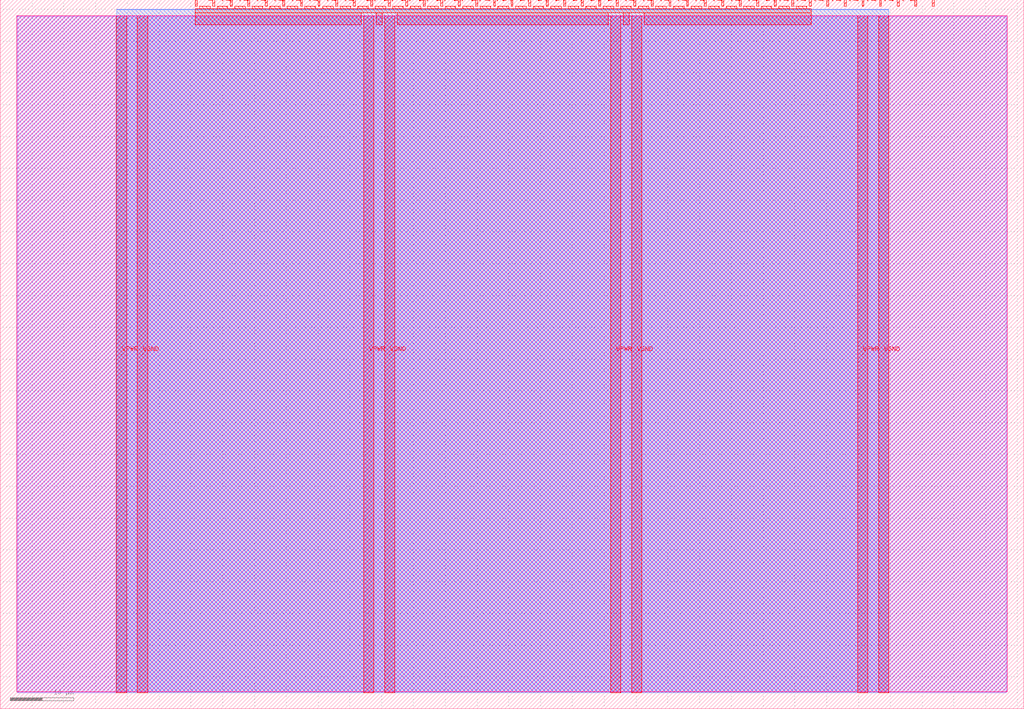
<source format=lef>
VERSION 5.7 ;
  NOWIREEXTENSIONATPIN ON ;
  DIVIDERCHAR "/" ;
  BUSBITCHARS "[]" ;
MACRO tt_um_wokwi_414127944900611073
  CLASS BLOCK ;
  FOREIGN tt_um_wokwi_414127944900611073 ;
  ORIGIN 0.000 0.000 ;
  SIZE 161.000 BY 111.520 ;
  PIN VGND
    DIRECTION INOUT ;
    USE GROUND ;
    PORT
      LAYER met4 ;
        RECT 21.580 2.480 23.180 109.040 ;
    END
    PORT
      LAYER met4 ;
        RECT 60.450 2.480 62.050 109.040 ;
    END
    PORT
      LAYER met4 ;
        RECT 99.320 2.480 100.920 109.040 ;
    END
    PORT
      LAYER met4 ;
        RECT 138.190 2.480 139.790 109.040 ;
    END
  END VGND
  PIN VPWR
    DIRECTION INOUT ;
    USE POWER ;
    PORT
      LAYER met4 ;
        RECT 18.280 2.480 19.880 109.040 ;
    END
    PORT
      LAYER met4 ;
        RECT 57.150 2.480 58.750 109.040 ;
    END
    PORT
      LAYER met4 ;
        RECT 96.020 2.480 97.620 109.040 ;
    END
    PORT
      LAYER met4 ;
        RECT 134.890 2.480 136.490 109.040 ;
    END
  END VPWR
  PIN clk
    DIRECTION INPUT ;
    USE SIGNAL ;
    PORT
      LAYER met4 ;
        RECT 143.830 110.520 144.130 111.520 ;
    END
  END clk
  PIN ena
    DIRECTION INPUT ;
    USE SIGNAL ;
    PORT
      LAYER met4 ;
        RECT 146.590 110.520 146.890 111.520 ;
    END
  END ena
  PIN rst_n
    DIRECTION INPUT ;
    USE SIGNAL ;
    PORT
      LAYER met4 ;
        RECT 141.070 110.520 141.370 111.520 ;
    END
  END rst_n
  PIN ui_in[0]
    DIRECTION INPUT ;
    USE SIGNAL ;
    PORT
      LAYER met4 ;
        RECT 138.310 110.520 138.610 111.520 ;
    END
  END ui_in[0]
  PIN ui_in[1]
    DIRECTION INPUT ;
    USE SIGNAL ;
    PORT
      LAYER met4 ;
        RECT 135.550 110.520 135.850 111.520 ;
    END
  END ui_in[1]
  PIN ui_in[2]
    DIRECTION INPUT ;
    USE SIGNAL ;
    PORT
      LAYER met4 ;
        RECT 132.790 110.520 133.090 111.520 ;
    END
  END ui_in[2]
  PIN ui_in[3]
    DIRECTION INPUT ;
    USE SIGNAL ;
    PORT
      LAYER met4 ;
        RECT 130.030 110.520 130.330 111.520 ;
    END
  END ui_in[3]
  PIN ui_in[4]
    DIRECTION INPUT ;
    USE SIGNAL ;
    ANTENNAGATEAREA 0.213000 ;
    PORT
      LAYER met4 ;
        RECT 127.270 110.520 127.570 111.520 ;
    END
  END ui_in[4]
  PIN ui_in[5]
    DIRECTION INPUT ;
    USE SIGNAL ;
    PORT
      LAYER met4 ;
        RECT 124.510 110.520 124.810 111.520 ;
    END
  END ui_in[5]
  PIN ui_in[6]
    DIRECTION INPUT ;
    USE SIGNAL ;
    PORT
      LAYER met4 ;
        RECT 121.750 110.520 122.050 111.520 ;
    END
  END ui_in[6]
  PIN ui_in[7]
    DIRECTION INPUT ;
    USE SIGNAL ;
    PORT
      LAYER met4 ;
        RECT 118.990 110.520 119.290 111.520 ;
    END
  END ui_in[7]
  PIN uio_in[0]
    DIRECTION INPUT ;
    USE SIGNAL ;
    PORT
      LAYER met4 ;
        RECT 116.230 110.520 116.530 111.520 ;
    END
  END uio_in[0]
  PIN uio_in[1]
    DIRECTION INPUT ;
    USE SIGNAL ;
    PORT
      LAYER met4 ;
        RECT 113.470 110.520 113.770 111.520 ;
    END
  END uio_in[1]
  PIN uio_in[2]
    DIRECTION INPUT ;
    USE SIGNAL ;
    PORT
      LAYER met4 ;
        RECT 110.710 110.520 111.010 111.520 ;
    END
  END uio_in[2]
  PIN uio_in[3]
    DIRECTION INPUT ;
    USE SIGNAL ;
    PORT
      LAYER met4 ;
        RECT 107.950 110.520 108.250 111.520 ;
    END
  END uio_in[3]
  PIN uio_in[4]
    DIRECTION INPUT ;
    USE SIGNAL ;
    PORT
      LAYER met4 ;
        RECT 105.190 110.520 105.490 111.520 ;
    END
  END uio_in[4]
  PIN uio_in[5]
    DIRECTION INPUT ;
    USE SIGNAL ;
    PORT
      LAYER met4 ;
        RECT 102.430 110.520 102.730 111.520 ;
    END
  END uio_in[5]
  PIN uio_in[6]
    DIRECTION INPUT ;
    USE SIGNAL ;
    PORT
      LAYER met4 ;
        RECT 99.670 110.520 99.970 111.520 ;
    END
  END uio_in[6]
  PIN uio_in[7]
    DIRECTION INPUT ;
    USE SIGNAL ;
    PORT
      LAYER met4 ;
        RECT 96.910 110.520 97.210 111.520 ;
    END
  END uio_in[7]
  PIN uio_oe[0]
    DIRECTION OUTPUT ;
    USE SIGNAL ;
    PORT
      LAYER met4 ;
        RECT 49.990 110.520 50.290 111.520 ;
    END
  END uio_oe[0]
  PIN uio_oe[1]
    DIRECTION OUTPUT ;
    USE SIGNAL ;
    PORT
      LAYER met4 ;
        RECT 47.230 110.520 47.530 111.520 ;
    END
  END uio_oe[1]
  PIN uio_oe[2]
    DIRECTION OUTPUT ;
    USE SIGNAL ;
    PORT
      LAYER met4 ;
        RECT 44.470 110.520 44.770 111.520 ;
    END
  END uio_oe[2]
  PIN uio_oe[3]
    DIRECTION OUTPUT ;
    USE SIGNAL ;
    PORT
      LAYER met4 ;
        RECT 41.710 110.520 42.010 111.520 ;
    END
  END uio_oe[3]
  PIN uio_oe[4]
    DIRECTION OUTPUT ;
    USE SIGNAL ;
    PORT
      LAYER met4 ;
        RECT 38.950 110.520 39.250 111.520 ;
    END
  END uio_oe[4]
  PIN uio_oe[5]
    DIRECTION OUTPUT ;
    USE SIGNAL ;
    PORT
      LAYER met4 ;
        RECT 36.190 110.520 36.490 111.520 ;
    END
  END uio_oe[5]
  PIN uio_oe[6]
    DIRECTION OUTPUT ;
    USE SIGNAL ;
    PORT
      LAYER met4 ;
        RECT 33.430 110.520 33.730 111.520 ;
    END
  END uio_oe[6]
  PIN uio_oe[7]
    DIRECTION OUTPUT ;
    USE SIGNAL ;
    PORT
      LAYER met4 ;
        RECT 30.670 110.520 30.970 111.520 ;
    END
  END uio_oe[7]
  PIN uio_out[0]
    DIRECTION OUTPUT ;
    USE SIGNAL ;
    PORT
      LAYER met4 ;
        RECT 72.070 110.520 72.370 111.520 ;
    END
  END uio_out[0]
  PIN uio_out[1]
    DIRECTION OUTPUT ;
    USE SIGNAL ;
    PORT
      LAYER met4 ;
        RECT 69.310 110.520 69.610 111.520 ;
    END
  END uio_out[1]
  PIN uio_out[2]
    DIRECTION OUTPUT ;
    USE SIGNAL ;
    PORT
      LAYER met4 ;
        RECT 66.550 110.520 66.850 111.520 ;
    END
  END uio_out[2]
  PIN uio_out[3]
    DIRECTION OUTPUT ;
    USE SIGNAL ;
    PORT
      LAYER met4 ;
        RECT 63.790 110.520 64.090 111.520 ;
    END
  END uio_out[3]
  PIN uio_out[4]
    DIRECTION OUTPUT ;
    USE SIGNAL ;
    PORT
      LAYER met4 ;
        RECT 61.030 110.520 61.330 111.520 ;
    END
  END uio_out[4]
  PIN uio_out[5]
    DIRECTION OUTPUT ;
    USE SIGNAL ;
    PORT
      LAYER met4 ;
        RECT 58.270 110.520 58.570 111.520 ;
    END
  END uio_out[5]
  PIN uio_out[6]
    DIRECTION OUTPUT ;
    USE SIGNAL ;
    PORT
      LAYER met4 ;
        RECT 55.510 110.520 55.810 111.520 ;
    END
  END uio_out[6]
  PIN uio_out[7]
    DIRECTION OUTPUT ;
    USE SIGNAL ;
    PORT
      LAYER met4 ;
        RECT 52.750 110.520 53.050 111.520 ;
    END
  END uio_out[7]
  PIN uo_out[0]
    DIRECTION OUTPUT ;
    USE SIGNAL ;
    PORT
      LAYER met4 ;
        RECT 94.150 110.520 94.450 111.520 ;
    END
  END uo_out[0]
  PIN uo_out[1]
    DIRECTION OUTPUT ;
    USE SIGNAL ;
    ANTENNADIFFAREA 0.795200 ;
    PORT
      LAYER met4 ;
        RECT 91.390 110.520 91.690 111.520 ;
    END
  END uo_out[1]
  PIN uo_out[2]
    DIRECTION OUTPUT ;
    USE SIGNAL ;
    PORT
      LAYER met4 ;
        RECT 88.630 110.520 88.930 111.520 ;
    END
  END uo_out[2]
  PIN uo_out[3]
    DIRECTION OUTPUT ;
    USE SIGNAL ;
    PORT
      LAYER met4 ;
        RECT 85.870 110.520 86.170 111.520 ;
    END
  END uo_out[3]
  PIN uo_out[4]
    DIRECTION OUTPUT ;
    USE SIGNAL ;
    PORT
      LAYER met4 ;
        RECT 83.110 110.520 83.410 111.520 ;
    END
  END uo_out[4]
  PIN uo_out[5]
    DIRECTION OUTPUT ;
    USE SIGNAL ;
    PORT
      LAYER met4 ;
        RECT 80.350 110.520 80.650 111.520 ;
    END
  END uo_out[5]
  PIN uo_out[6]
    DIRECTION OUTPUT ;
    USE SIGNAL ;
    PORT
      LAYER met4 ;
        RECT 77.590 110.520 77.890 111.520 ;
    END
  END uo_out[6]
  PIN uo_out[7]
    DIRECTION OUTPUT ;
    USE SIGNAL ;
    PORT
      LAYER met4 ;
        RECT 74.830 110.520 75.130 111.520 ;
    END
  END uo_out[7]
  OBS
      LAYER nwell ;
        RECT 2.570 2.635 158.430 108.990 ;
      LAYER li1 ;
        RECT 2.760 2.635 158.240 108.885 ;
      LAYER met1 ;
        RECT 2.760 2.480 158.240 109.040 ;
      LAYER met2 ;
        RECT 18.310 2.535 139.760 110.005 ;
      LAYER met3 ;
        RECT 18.290 2.555 139.780 109.985 ;
      LAYER met4 ;
        RECT 31.370 110.120 33.030 110.520 ;
        RECT 34.130 110.120 35.790 110.520 ;
        RECT 36.890 110.120 38.550 110.520 ;
        RECT 39.650 110.120 41.310 110.520 ;
        RECT 42.410 110.120 44.070 110.520 ;
        RECT 45.170 110.120 46.830 110.520 ;
        RECT 47.930 110.120 49.590 110.520 ;
        RECT 50.690 110.120 52.350 110.520 ;
        RECT 53.450 110.120 55.110 110.520 ;
        RECT 56.210 110.120 57.870 110.520 ;
        RECT 58.970 110.120 60.630 110.520 ;
        RECT 61.730 110.120 63.390 110.520 ;
        RECT 64.490 110.120 66.150 110.520 ;
        RECT 67.250 110.120 68.910 110.520 ;
        RECT 70.010 110.120 71.670 110.520 ;
        RECT 72.770 110.120 74.430 110.520 ;
        RECT 75.530 110.120 77.190 110.520 ;
        RECT 78.290 110.120 79.950 110.520 ;
        RECT 81.050 110.120 82.710 110.520 ;
        RECT 83.810 110.120 85.470 110.520 ;
        RECT 86.570 110.120 88.230 110.520 ;
        RECT 89.330 110.120 90.990 110.520 ;
        RECT 92.090 110.120 93.750 110.520 ;
        RECT 94.850 110.120 96.510 110.520 ;
        RECT 97.610 110.120 99.270 110.520 ;
        RECT 100.370 110.120 102.030 110.520 ;
        RECT 103.130 110.120 104.790 110.520 ;
        RECT 105.890 110.120 107.550 110.520 ;
        RECT 108.650 110.120 110.310 110.520 ;
        RECT 111.410 110.120 113.070 110.520 ;
        RECT 114.170 110.120 115.830 110.520 ;
        RECT 116.930 110.120 118.590 110.520 ;
        RECT 119.690 110.120 121.350 110.520 ;
        RECT 122.450 110.120 124.110 110.520 ;
        RECT 125.210 110.120 126.870 110.520 ;
        RECT 30.655 109.440 127.585 110.120 ;
        RECT 30.655 107.615 56.750 109.440 ;
        RECT 59.150 107.615 60.050 109.440 ;
        RECT 62.450 107.615 95.620 109.440 ;
        RECT 98.020 107.615 98.920 109.440 ;
        RECT 101.320 107.615 127.585 109.440 ;
  END
END tt_um_wokwi_414127944900611073
END LIBRARY


</source>
